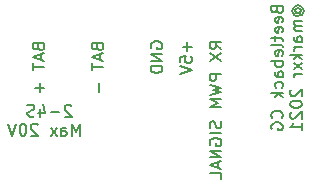
<source format=gbr>
%TF.GenerationSoftware,KiCad,Pcbnew,5.99.0-unknown-e61b1f03b8~131~ubuntu20.04.1*%
%TF.CreationDate,2021-08-02T15:41:01+00:00*%
%TF.ProjectId,beetleback_cg,62656574-6c65-4626-9163-6b5f63672e6b,2*%
%TF.SameCoordinates,PX5573000PY89ce520*%
%TF.FileFunction,Legend,Bot*%
%TF.FilePolarity,Positive*%
%FSLAX46Y46*%
G04 Gerber Fmt 4.6, Leading zero omitted, Abs format (unit mm)*
G04 Created by KiCad (PCBNEW 5.99.0-unknown-e61b1f03b8~131~ubuntu20.04.1) date 2021-08-02 15:41:01*
%MOMM*%
%LPD*%
G01*
G04 APERTURE LIST*
%ADD10C,0.150000*%
G04 APERTURE END LIST*
D10*
X-600000Y24640596D02*
X-647620Y24735834D01*
X-647620Y24878691D01*
X-600000Y25021548D01*
X-504762Y25116786D01*
X-409524Y25164405D01*
X-219048Y25212024D01*
X-76191Y25212024D01*
X114285Y25164405D01*
X209523Y25116786D01*
X304761Y25021548D01*
X352380Y24878691D01*
X352380Y24783453D01*
X304761Y24640596D01*
X257142Y24592977D01*
X-76191Y24592977D01*
X-76191Y24783453D01*
X352380Y24164405D02*
X-647620Y24164405D01*
X352380Y23592977D01*
X-647620Y23592977D01*
X352380Y23116786D02*
X-647620Y23116786D01*
X-647620Y22878691D01*
X-600000Y22735834D01*
X-504762Y22640596D01*
X-409524Y22592977D01*
X-219048Y22545358D01*
X-76191Y22545358D01*
X114285Y22592977D01*
X209523Y22640596D01*
X304761Y22735834D01*
X352380Y22878691D01*
X352380Y23116786D01*
X2471428Y25164405D02*
X2471428Y24402500D01*
X2852380Y24783453D02*
X2090476Y24783453D01*
X1852380Y23450120D02*
X1852380Y23926310D01*
X2328571Y23973929D01*
X2280952Y23926310D01*
X2233333Y23831072D01*
X2233333Y23592977D01*
X2280952Y23497739D01*
X2328571Y23450120D01*
X2423809Y23402500D01*
X2661904Y23402500D01*
X2757142Y23450120D01*
X2804761Y23497739D01*
X2852380Y23592977D01*
X2852380Y23831072D01*
X2804761Y23926310D01*
X2757142Y23973929D01*
X1852380Y23116786D02*
X2852380Y22783453D01*
X1852380Y22450120D01*
X-5171429Y24738096D02*
X-5123810Y24595239D01*
X-5076191Y24547620D01*
X-4980953Y24500000D01*
X-4838096Y24500000D01*
X-4742858Y24547620D01*
X-4695239Y24595239D01*
X-4647620Y24690477D01*
X-4647620Y25071429D01*
X-5647620Y25071429D01*
X-5647620Y24738096D01*
X-5600000Y24642858D01*
X-5552381Y24595239D01*
X-5457143Y24547620D01*
X-5361905Y24547620D01*
X-5266667Y24595239D01*
X-5219048Y24642858D01*
X-5171429Y24738096D01*
X-5171429Y25071429D01*
X-4933334Y24119048D02*
X-4933334Y23642858D01*
X-4647620Y24214286D02*
X-5647620Y23880953D01*
X-4647620Y23547620D01*
X-5647620Y23357143D02*
X-5647620Y22785715D01*
X-4647620Y23071429D02*
X-5647620Y23071429D01*
X-5028572Y21690477D02*
X-5028572Y20928572D01*
X5352380Y24592977D02*
X4876190Y24926310D01*
X5352380Y25164405D02*
X4352380Y25164405D01*
X4352380Y24783453D01*
X4400000Y24688215D01*
X4447619Y24640596D01*
X4542857Y24592977D01*
X4685714Y24592977D01*
X4780952Y24640596D01*
X4828571Y24688215D01*
X4876190Y24783453D01*
X4876190Y25164405D01*
X4352380Y24259643D02*
X5352380Y23592977D01*
X4352380Y23592977D02*
X5352380Y24259643D01*
X5352380Y22450120D02*
X4352380Y22450120D01*
X4352380Y22069167D01*
X4400000Y21973929D01*
X4447619Y21926310D01*
X4542857Y21878691D01*
X4685714Y21878691D01*
X4780952Y21926310D01*
X4828571Y21973929D01*
X4876190Y22069167D01*
X4876190Y22450120D01*
X4352380Y21545358D02*
X5352380Y21307262D01*
X4638095Y21116786D01*
X5352380Y20926310D01*
X4352380Y20688215D01*
X5352380Y20307262D02*
X4352380Y20307262D01*
X5066666Y19973929D01*
X4352380Y19640596D01*
X5352380Y19640596D01*
X5304761Y18450120D02*
X5352380Y18307262D01*
X5352380Y18069167D01*
X5304761Y17973929D01*
X5257142Y17926310D01*
X5161904Y17878691D01*
X5066666Y17878691D01*
X4971428Y17926310D01*
X4923809Y17973929D01*
X4876190Y18069167D01*
X4828571Y18259643D01*
X4780952Y18354881D01*
X4733333Y18402500D01*
X4638095Y18450120D01*
X4542857Y18450120D01*
X4447619Y18402500D01*
X4400000Y18354881D01*
X4352380Y18259643D01*
X4352380Y18021548D01*
X4400000Y17878691D01*
X5352380Y17450120D02*
X4352380Y17450120D01*
X4400000Y16450120D02*
X4352380Y16545358D01*
X4352380Y16688215D01*
X4400000Y16831072D01*
X4495238Y16926310D01*
X4590476Y16973929D01*
X4780952Y17021548D01*
X4923809Y17021548D01*
X5114285Y16973929D01*
X5209523Y16926310D01*
X5304761Y16831072D01*
X5352380Y16688215D01*
X5352380Y16592977D01*
X5304761Y16450120D01*
X5257142Y16402500D01*
X4923809Y16402500D01*
X4923809Y16592977D01*
X5352380Y15973929D02*
X4352380Y15973929D01*
X5352380Y15402500D01*
X4352380Y15402500D01*
X5066666Y14973929D02*
X5066666Y14497739D01*
X5352380Y15069167D02*
X4352380Y14735834D01*
X5352380Y14402500D01*
X5352380Y13592977D02*
X5352380Y14069167D01*
X4352380Y14069167D01*
X-10171429Y24738096D02*
X-10123810Y24595239D01*
X-10076191Y24547620D01*
X-9980953Y24500000D01*
X-9838096Y24500000D01*
X-9742858Y24547620D01*
X-9695239Y24595239D01*
X-9647620Y24690477D01*
X-9647620Y25071429D01*
X-10647620Y25071429D01*
X-10647620Y24738096D01*
X-10600000Y24642858D01*
X-10552381Y24595239D01*
X-10457143Y24547620D01*
X-10361905Y24547620D01*
X-10266667Y24595239D01*
X-10219048Y24642858D01*
X-10171429Y24738096D01*
X-10171429Y25071429D01*
X-9933334Y24119048D02*
X-9933334Y23642858D01*
X-9647620Y24214286D02*
X-10647620Y23880953D01*
X-9647620Y23547620D01*
X-10647620Y23357143D02*
X-10647620Y22785715D01*
X-9647620Y23071429D02*
X-10647620Y23071429D01*
X-10028572Y21690477D02*
X-10028572Y20928572D01*
X-9647620Y21309524D02*
X-10409524Y21309524D01*
X-7361905Y19757381D02*
X-7409524Y19805000D01*
X-7504762Y19852620D01*
X-7742858Y19852620D01*
X-7838096Y19805000D01*
X-7885715Y19757381D01*
X-7933334Y19662143D01*
X-7933334Y19566905D01*
X-7885715Y19424048D01*
X-7314286Y18852620D01*
X-7933334Y18852620D01*
X-8361905Y19233572D02*
X-9123810Y19233572D01*
X-10028572Y19519286D02*
X-10028572Y18852620D01*
X-9790477Y19900239D02*
X-9552381Y19185953D01*
X-10171429Y19185953D01*
X-10504762Y18900239D02*
X-10647620Y18852620D01*
X-10885715Y18852620D01*
X-10980953Y18900239D01*
X-11028572Y18947858D01*
X-11076191Y19043096D01*
X-11076191Y19138334D01*
X-11028572Y19233572D01*
X-10980953Y19281191D01*
X-10885715Y19328810D01*
X-10695239Y19376429D01*
X-10600000Y19424048D01*
X-10552381Y19471667D01*
X-10504762Y19566905D01*
X-10504762Y19662143D01*
X-10552381Y19757381D01*
X-10600000Y19805000D01*
X-10695239Y19852620D01*
X-10933334Y19852620D01*
X-11076191Y19805000D01*
X-6647620Y17242620D02*
X-6647620Y18242620D01*
X-6980953Y17528334D01*
X-7314286Y18242620D01*
X-7314286Y17242620D01*
X-8219048Y17242620D02*
X-8219048Y17766429D01*
X-8171429Y17861667D01*
X-8076191Y17909286D01*
X-7885715Y17909286D01*
X-7790477Y17861667D01*
X-8219048Y17290239D02*
X-8123810Y17242620D01*
X-7885715Y17242620D01*
X-7790477Y17290239D01*
X-7742858Y17385477D01*
X-7742858Y17480715D01*
X-7790477Y17575953D01*
X-7885715Y17623572D01*
X-8123810Y17623572D01*
X-8219048Y17671191D01*
X-8600000Y17242620D02*
X-9123810Y17909286D01*
X-8600000Y17909286D02*
X-9123810Y17242620D01*
X-10219048Y18147381D02*
X-10266667Y18195000D01*
X-10361905Y18242620D01*
X-10600000Y18242620D01*
X-10695239Y18195000D01*
X-10742858Y18147381D01*
X-10790477Y18052143D01*
X-10790477Y17956905D01*
X-10742858Y17814048D01*
X-10171429Y17242620D01*
X-10790477Y17242620D01*
X-11409524Y18242620D02*
X-11504762Y18242620D01*
X-11600000Y18195000D01*
X-11647620Y18147381D01*
X-11695239Y18052143D01*
X-11742858Y17861667D01*
X-11742858Y17623572D01*
X-11695239Y17433096D01*
X-11647620Y17337858D01*
X-11600000Y17290239D01*
X-11504762Y17242620D01*
X-11409524Y17242620D01*
X-11314286Y17290239D01*
X-11266667Y17337858D01*
X-11219048Y17433096D01*
X-11171429Y17623572D01*
X-11171429Y17861667D01*
X-11219048Y18052143D01*
X-11266667Y18147381D01*
X-11314286Y18195000D01*
X-11409524Y18242620D01*
X-12028572Y18242620D02*
X-12361905Y17242620D01*
X-12695239Y18242620D01*
X10023571Y27880953D02*
X10071190Y27738096D01*
X10118809Y27690477D01*
X10214047Y27642858D01*
X10356904Y27642858D01*
X10452142Y27690477D01*
X10499761Y27738096D01*
X10547380Y27833334D01*
X10547380Y28214286D01*
X9547380Y28214286D01*
X9547380Y27880953D01*
X9595000Y27785715D01*
X9642619Y27738096D01*
X9737857Y27690477D01*
X9833095Y27690477D01*
X9928333Y27738096D01*
X9975952Y27785715D01*
X10023571Y27880953D01*
X10023571Y28214286D01*
X10499761Y26833334D02*
X10547380Y26928572D01*
X10547380Y27119048D01*
X10499761Y27214286D01*
X10404523Y27261905D01*
X10023571Y27261905D01*
X9928333Y27214286D01*
X9880714Y27119048D01*
X9880714Y26928572D01*
X9928333Y26833334D01*
X10023571Y26785715D01*
X10118809Y26785715D01*
X10214047Y27261905D01*
X10499761Y25976191D02*
X10547380Y26071429D01*
X10547380Y26261905D01*
X10499761Y26357143D01*
X10404523Y26404762D01*
X10023571Y26404762D01*
X9928333Y26357143D01*
X9880714Y26261905D01*
X9880714Y26071429D01*
X9928333Y25976191D01*
X10023571Y25928572D01*
X10118809Y25928572D01*
X10214047Y26404762D01*
X9880714Y25642858D02*
X9880714Y25261905D01*
X9547380Y25500000D02*
X10404523Y25500000D01*
X10499761Y25452381D01*
X10547380Y25357143D01*
X10547380Y25261905D01*
X10547380Y24785715D02*
X10499761Y24880953D01*
X10404523Y24928572D01*
X9547380Y24928572D01*
X10499761Y24023810D02*
X10547380Y24119048D01*
X10547380Y24309524D01*
X10499761Y24404762D01*
X10404523Y24452381D01*
X10023571Y24452381D01*
X9928333Y24404762D01*
X9880714Y24309524D01*
X9880714Y24119048D01*
X9928333Y24023810D01*
X10023571Y23976191D01*
X10118809Y23976191D01*
X10214047Y24452381D01*
X10547380Y23547620D02*
X9547380Y23547620D01*
X9928333Y23547620D02*
X9880714Y23452381D01*
X9880714Y23261905D01*
X9928333Y23166667D01*
X9975952Y23119048D01*
X10071190Y23071429D01*
X10356904Y23071429D01*
X10452142Y23119048D01*
X10499761Y23166667D01*
X10547380Y23261905D01*
X10547380Y23452381D01*
X10499761Y23547620D01*
X10547380Y22214286D02*
X10023571Y22214286D01*
X9928333Y22261905D01*
X9880714Y22357143D01*
X9880714Y22547620D01*
X9928333Y22642858D01*
X10499761Y22214286D02*
X10547380Y22309524D01*
X10547380Y22547620D01*
X10499761Y22642858D01*
X10404523Y22690477D01*
X10309285Y22690477D01*
X10214047Y22642858D01*
X10166428Y22547620D01*
X10166428Y22309524D01*
X10118809Y22214286D01*
X10499761Y21309524D02*
X10547380Y21404762D01*
X10547380Y21595239D01*
X10499761Y21690477D01*
X10452142Y21738096D01*
X10356904Y21785715D01*
X10071190Y21785715D01*
X9975952Y21738096D01*
X9928333Y21690477D01*
X9880714Y21595239D01*
X9880714Y21404762D01*
X9928333Y21309524D01*
X10547380Y20880953D02*
X9547380Y20880953D01*
X10166428Y20785715D02*
X10547380Y20500000D01*
X9880714Y20500000D02*
X10261666Y20880953D01*
X10452142Y18738096D02*
X10499761Y18785715D01*
X10547380Y18928572D01*
X10547380Y19023810D01*
X10499761Y19166667D01*
X10404523Y19261905D01*
X10309285Y19309524D01*
X10118809Y19357143D01*
X9975952Y19357143D01*
X9785476Y19309524D01*
X9690238Y19261905D01*
X9595000Y19166667D01*
X9547380Y19023810D01*
X9547380Y18928572D01*
X9595000Y18785715D01*
X9642619Y18738096D01*
X9595000Y17785715D02*
X9547380Y17880953D01*
X9547380Y18023810D01*
X9595000Y18166667D01*
X9690238Y18261905D01*
X9785476Y18309524D01*
X9975952Y18357143D01*
X10118809Y18357143D01*
X10309285Y18309524D01*
X10404523Y18261905D01*
X10499761Y18166667D01*
X10547380Y18023810D01*
X10547380Y17928572D01*
X10499761Y17785715D01*
X10452142Y17738096D01*
X10118809Y17738096D01*
X10118809Y17928572D01*
X11681190Y27619048D02*
X11633571Y27666667D01*
X11585952Y27761905D01*
X11585952Y27857143D01*
X11633571Y27952381D01*
X11681190Y28000000D01*
X11776428Y28047620D01*
X11871666Y28047620D01*
X11966904Y28000000D01*
X12014523Y27952381D01*
X12062142Y27857143D01*
X12062142Y27761905D01*
X12014523Y27666667D01*
X11966904Y27619048D01*
X11585952Y27619048D02*
X11966904Y27619048D01*
X12014523Y27571429D01*
X12014523Y27523810D01*
X11966904Y27428572D01*
X11871666Y27380953D01*
X11633571Y27380953D01*
X11490714Y27476191D01*
X11395476Y27619048D01*
X11347857Y27809524D01*
X11395476Y28000000D01*
X11490714Y28142858D01*
X11633571Y28238096D01*
X11824047Y28285715D01*
X12014523Y28238096D01*
X12157380Y28142858D01*
X12252619Y28000000D01*
X12300238Y27809524D01*
X12252619Y27619048D01*
X12157380Y27476191D01*
X12157380Y26952381D02*
X11490714Y26952381D01*
X11585952Y26952381D02*
X11538333Y26904762D01*
X11490714Y26809524D01*
X11490714Y26666667D01*
X11538333Y26571429D01*
X11633571Y26523810D01*
X12157380Y26523810D01*
X11633571Y26523810D02*
X11538333Y26476191D01*
X11490714Y26380953D01*
X11490714Y26238096D01*
X11538333Y26142858D01*
X11633571Y26095239D01*
X12157380Y26095239D01*
X12157380Y25190477D02*
X11633571Y25190477D01*
X11538333Y25238096D01*
X11490714Y25333334D01*
X11490714Y25523810D01*
X11538333Y25619048D01*
X12109761Y25190477D02*
X12157380Y25285715D01*
X12157380Y25523810D01*
X12109761Y25619048D01*
X12014523Y25666667D01*
X11919285Y25666667D01*
X11824047Y25619048D01*
X11776428Y25523810D01*
X11776428Y25285715D01*
X11728809Y25190477D01*
X12157380Y24714286D02*
X11490714Y24714286D01*
X11681190Y24714286D02*
X11585952Y24666667D01*
X11538333Y24619048D01*
X11490714Y24523810D01*
X11490714Y24428572D01*
X12157380Y24095239D02*
X11157380Y24095239D01*
X11776428Y24000000D02*
X12157380Y23714286D01*
X11490714Y23714286D02*
X11871666Y24095239D01*
X12157380Y23380953D02*
X11490714Y22857143D01*
X11490714Y23380953D02*
X12157380Y22857143D01*
X12157380Y22476191D02*
X11490714Y22476191D01*
X11681190Y22476191D02*
X11585952Y22428572D01*
X11538333Y22380953D01*
X11490714Y22285715D01*
X11490714Y22190477D01*
X11252619Y21142858D02*
X11205000Y21095239D01*
X11157380Y21000000D01*
X11157380Y20761905D01*
X11205000Y20666667D01*
X11252619Y20619048D01*
X11347857Y20571429D01*
X11443095Y20571429D01*
X11585952Y20619048D01*
X12157380Y21190477D01*
X12157380Y20571429D01*
X11157380Y19952381D02*
X11157380Y19857143D01*
X11205000Y19761905D01*
X11252619Y19714286D01*
X11347857Y19666667D01*
X11538333Y19619048D01*
X11776428Y19619048D01*
X11966904Y19666667D01*
X12062142Y19714286D01*
X12109761Y19761905D01*
X12157380Y19857143D01*
X12157380Y19952381D01*
X12109761Y20047620D01*
X12062142Y20095239D01*
X11966904Y20142858D01*
X11776428Y20190477D01*
X11538333Y20190477D01*
X11347857Y20142858D01*
X11252619Y20095239D01*
X11205000Y20047620D01*
X11157380Y19952381D01*
X11252619Y19238096D02*
X11205000Y19190477D01*
X11157380Y19095239D01*
X11157380Y18857143D01*
X11205000Y18761905D01*
X11252619Y18714286D01*
X11347857Y18666667D01*
X11443095Y18666667D01*
X11585952Y18714286D01*
X12157380Y19285715D01*
X12157380Y18666667D01*
X12157380Y17714286D02*
X12157380Y18285715D01*
X12157380Y18000000D02*
X11157380Y18000000D01*
X11300238Y18095239D01*
X11395476Y18190477D01*
X11443095Y18285715D01*
M02*

</source>
